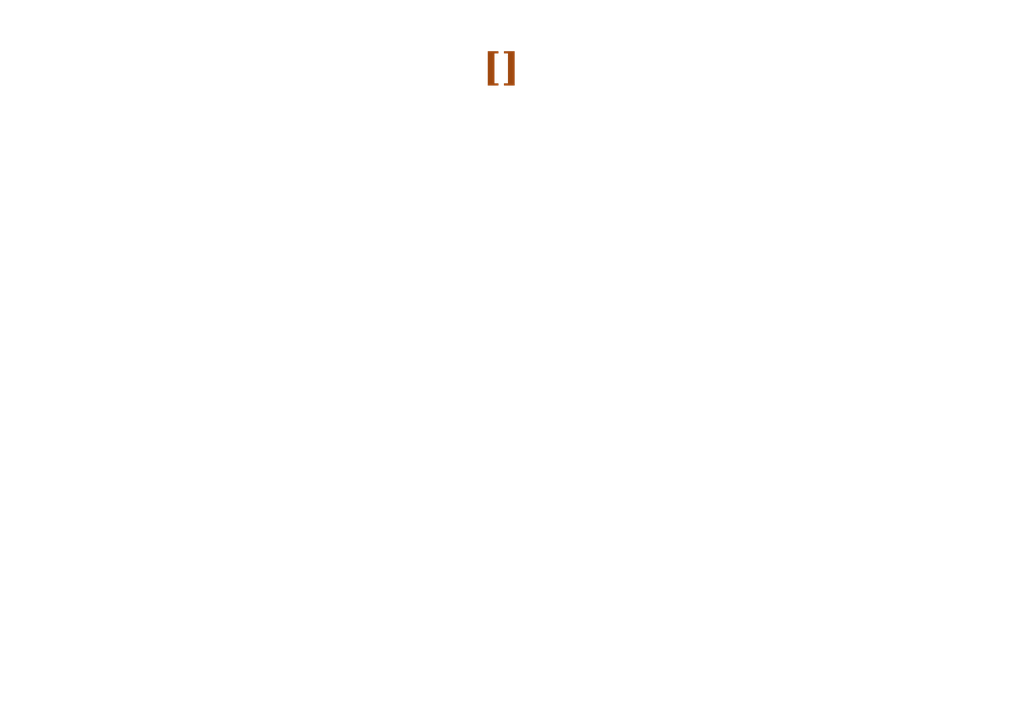
<source format=kicad_sch>
(kicad_sch
	(version 20231120)
	(generator "eeschema")
	(generator_version "8.0")
	(uuid "b7ce2658-0c16-417c-9e64-5f86ab89a607")
	(paper "A4")
	(title_block
		(title "Cell_Sentinel")
		(date "2024-11-05")
		(rev "1.0.0")
	)
	(lib_symbols)
	(text "[${#}] ${SHEETNAME}"
		(exclude_from_sim no)
		(at 147.32 22.352 0)
		(effects
			(font
				(face "Times New Roman")
				(size 8 8)
				(thickness 1.6)
				(bold yes)
				(color 159 72 15 1)
			)
		)
		(uuid "9b459192-d963-4f8c-a4cd-c90cc9dffee1")
	)
)

</source>
